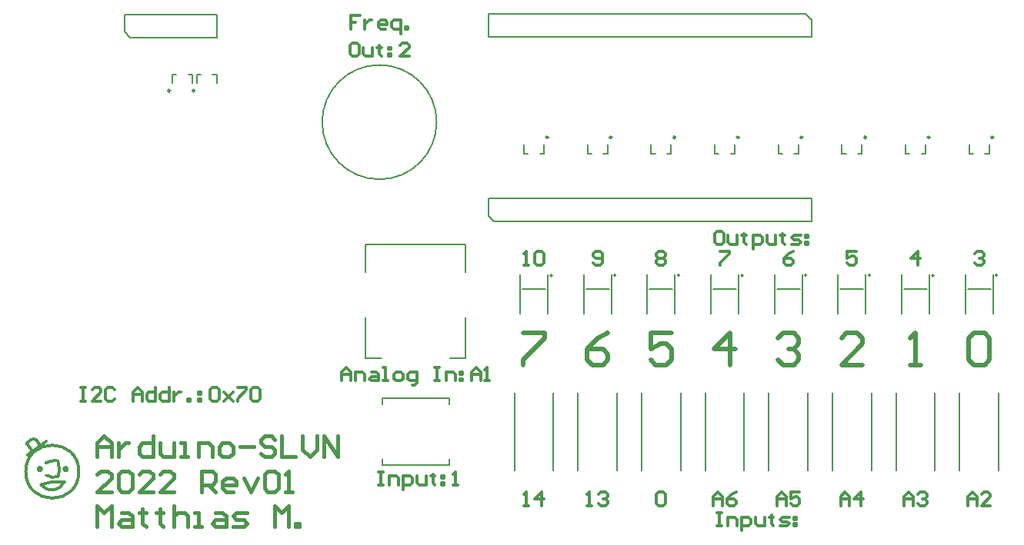
<source format=gto>
G04*
G04 #@! TF.GenerationSoftware,Altium Limited,Altium Designer,22.7.1 (60)*
G04*
G04 Layer_Color=65535*
%FSLAX25Y25*%
%MOIN*%
G70*
G04*
G04 #@! TF.SameCoordinates,B4DE3396-8346-461D-A6ED-AD7C64C63353*
G04*
G04*
G04 #@! TF.FilePolarity,Positive*
G04*
G01*
G75*
%ADD10C,0.00787*%
%ADD11C,0.00984*%
%ADD12C,0.01181*%
%ADD13C,0.01968*%
%ADD14C,0.01772*%
D10*
X316142Y401575D02*
G03*
X316142Y401575I-24803J0D01*
G01*
X448945Y335165D02*
G03*
X448945Y335165I-500J0D01*
G01*
X476504D02*
G03*
X476504Y335165I-500J0D01*
G01*
X504063D02*
G03*
X504063Y335165I-500J0D01*
G01*
X559181D02*
G03*
X559181Y335165I-500J0D01*
G01*
X531622D02*
G03*
X531622Y335165I-500J0D01*
G01*
X366268D02*
G03*
X366268Y335165I-500J0D01*
G01*
X421386D02*
G03*
X421386Y335165I-500J0D01*
G01*
X393827D02*
G03*
X393827Y335165I-500J0D01*
G01*
X462504Y318665D02*
Y335665D01*
X474504Y318665D02*
Y335665D01*
X546850Y387894D02*
X548622D01*
X546850D02*
Y391831D01*
X553740Y387894D02*
X555512D01*
Y391831D01*
X435945Y329165D02*
X445945D01*
X434945Y318665D02*
Y335665D01*
X446945Y318665D02*
Y335665D01*
X377362Y250394D02*
Y284252D01*
X394291Y250394D02*
Y284252D01*
X349803Y250394D02*
Y284252D01*
X366732Y250394D02*
Y284252D01*
X478547Y358450D02*
Y368450D01*
X338547Y360950D02*
Y368450D01*
Y360950D02*
X341047Y358450D01*
X338547Y368450D02*
X478547D01*
X341047Y358450D02*
X478547D01*
X183405Y438213D02*
X220905D01*
X180905Y448213D02*
X220905D01*
X180905Y440713D02*
X183405Y438213D01*
X180905Y440713D02*
Y448213D01*
X220905Y438213D02*
Y448213D01*
X460039Y250394D02*
Y284252D01*
X476968Y250394D02*
Y284252D01*
X487598Y250394D02*
Y284252D01*
X504528Y250394D02*
Y284252D01*
X338547Y438450D02*
Y448450D01*
X478547Y438450D02*
Y445950D01*
X476047Y448450D02*
X478547Y445950D01*
X338547Y438450D02*
X478547D01*
X338547Y448450D02*
X476047D01*
X285433Y336614D02*
Y348425D01*
X328740D01*
Y336614D02*
Y348425D01*
Y299213D02*
Y316929D01*
X321850Y299213D02*
X328740D01*
X285433D02*
X292323D01*
X285433D02*
Y316929D01*
X515158Y250394D02*
Y284252D01*
X532087Y250394D02*
Y284252D01*
X542717Y250394D02*
Y284252D01*
X559646Y250394D02*
Y284252D01*
X404921Y250394D02*
Y284252D01*
X421850Y250394D02*
Y284252D01*
X432480Y250394D02*
Y284252D01*
X449409Y250394D02*
Y284252D01*
X380827Y329165D02*
X390827D01*
X379827Y318665D02*
Y335665D01*
X391827Y318665D02*
Y335665D01*
X381496Y387894D02*
X383268D01*
X381496D02*
Y391831D01*
X388386Y387894D02*
X390158D01*
Y391831D01*
X408386Y329165D02*
X418386D01*
X407386Y318665D02*
Y335665D01*
X419386Y318665D02*
Y335665D01*
X353268Y329165D02*
X363268D01*
X352268Y318665D02*
Y335665D01*
X364268Y318665D02*
Y335665D01*
X409055Y387894D02*
X410827D01*
X409055D02*
Y391831D01*
X415945Y387894D02*
X417717D01*
Y391831D01*
X518622Y329165D02*
X528622D01*
X517622Y318665D02*
Y335665D01*
X529622Y318665D02*
Y335665D01*
X546181Y329165D02*
X556181D01*
X545181Y318665D02*
Y335665D01*
X557181Y318665D02*
Y335665D01*
X208465Y422342D02*
X210236D01*
Y418405D02*
Y422342D01*
X201575D02*
X203346D01*
X201575Y418405D02*
Y422342D01*
X219094D02*
X220866D01*
Y418405D02*
Y422342D01*
X212205D02*
X213976D01*
X212205Y418405D02*
Y422342D01*
X292520Y252756D02*
X321654D01*
X292520Y281890D02*
X321654D01*
X292520Y279134D02*
Y281890D01*
X321654Y279134D02*
Y281890D01*
Y252756D02*
Y255512D01*
X292520Y252756D02*
Y255512D01*
X491732Y387894D02*
X493504D01*
X491732D02*
Y391831D01*
X498622Y387894D02*
X500394D01*
Y391831D01*
X491063Y329165D02*
X501063D01*
X490063Y318665D02*
Y335665D01*
X502063Y318665D02*
Y335665D01*
X519291Y387894D02*
X521063D01*
X519291D02*
Y391831D01*
X526181Y387894D02*
X527953D01*
Y391831D01*
X353937Y387894D02*
X355709D01*
X353937D02*
Y391831D01*
X360827Y387894D02*
X362598D01*
Y391831D01*
X436614Y387894D02*
X438386D01*
X436614D02*
Y391831D01*
X443504Y387894D02*
X445276D01*
Y391831D01*
X464173Y387894D02*
X465945D01*
X464173D02*
Y391831D01*
X471063Y387894D02*
X472835D01*
Y391831D01*
X463504Y329165D02*
X473504D01*
D11*
X557382Y394980D02*
G03*
X557382Y394980I-492J0D01*
G01*
X474705D02*
G03*
X474705Y394980I-492J0D01*
G01*
X447146D02*
G03*
X447146Y394980I-492J0D01*
G01*
X364469D02*
G03*
X364469Y394980I-492J0D01*
G01*
X529823D02*
G03*
X529823Y394980I-492J0D01*
G01*
X502264D02*
G03*
X502264Y394980I-492J0D01*
G01*
X211319Y415256D02*
G03*
X211319Y415256I-492J0D01*
G01*
X200689D02*
G03*
X200689Y415256I-492J0D01*
G01*
X419587Y394980D02*
G03*
X419587Y394980I-492J0D01*
G01*
X392028D02*
G03*
X392028Y394980I-492J0D01*
G01*
D12*
X161103Y250000D02*
G03*
X161103Y250000I-11497J0D01*
G01*
X144643Y244310D02*
G03*
X154882Y245629I4728J3697D01*
G01*
X138837Y257224D02*
G03*
X147050Y263176I-33362J54679D01*
G01*
X154882Y245629D02*
G03*
X144643Y244310I-2638J-19924D01*
G01*
X151396Y254853D02*
G03*
X146806Y253825I80J-11112D01*
G01*
X147038Y248429D02*
G03*
X152077Y247884I3071J4832D01*
G01*
X138458Y262335D02*
G03*
X141147Y258681I15598J8662D01*
G01*
X142732Y263784D02*
G03*
X140487Y263903I-1214J-1660D01*
G01*
X152328Y248195D02*
G03*
X152053Y254518I-11620J2663D01*
G01*
X156143Y251159D02*
G03*
X156143Y251159I-731J0D01*
G01*
X144890D02*
G03*
X144890Y251159I-731J0D01*
G01*
X152053Y254518D02*
G03*
X151396Y254853I-606J-376D01*
G01*
X152077Y247884D02*
G03*
X152328Y248195I-30J281D01*
G01*
X144527Y261090D02*
G03*
X142732Y263784I-9330J-4271D01*
G01*
X140487Y263903D02*
G03*
X138458Y262335I10756J-16017D01*
G01*
X290852Y249999D02*
X292820D01*
X291836D01*
Y244095D01*
X290852D01*
X292820D01*
X295772D02*
Y248031D01*
X298724D01*
X299707Y247047D01*
Y244095D01*
X301675Y242127D02*
Y248031D01*
X304627D01*
X305611Y247047D01*
Y245079D01*
X304627Y244095D01*
X301675D01*
X307579Y248031D02*
Y245079D01*
X308563Y244095D01*
X311515D01*
Y248031D01*
X314466Y249015D02*
Y248031D01*
X313482D01*
X315450D01*
X314466D01*
Y245079D01*
X315450Y244095D01*
X318402Y248031D02*
X319386D01*
Y247047D01*
X318402D01*
Y248031D01*
Y245079D02*
X319386D01*
Y244095D01*
X318402D01*
Y245079D01*
X323322Y244095D02*
X325290D01*
X324306D01*
Y249999D01*
X323322Y249015D01*
X383859Y340552D02*
X384843Y339568D01*
X386811D01*
X387795Y340552D01*
Y344488D01*
X386811Y345472D01*
X384843D01*
X383859Y344488D01*
Y343504D01*
X384843Y342520D01*
X387795D01*
X411418Y240157D02*
X412402Y241141D01*
X414370D01*
X415354Y240157D01*
Y236221D01*
X414370Y235237D01*
X412402D01*
X411418Y236221D01*
Y240157D01*
X353840Y339568D02*
X355808D01*
X354824D01*
Y345472D01*
X353840Y344488D01*
X358760D02*
X359744Y345472D01*
X361712D01*
X362695Y344488D01*
Y340552D01*
X361712Y339568D01*
X359744D01*
X358760Y340552D01*
Y344488D01*
X470472Y345472D02*
X468504Y344488D01*
X466536Y342520D01*
Y340552D01*
X467520Y339568D01*
X469488D01*
X470472Y340552D01*
Y341536D01*
X469488Y342520D01*
X466536D01*
X275109Y289371D02*
Y293306D01*
X277077Y295274D01*
X279045Y293306D01*
Y289371D01*
Y292322D01*
X275109D01*
X281012Y289371D02*
Y293306D01*
X283964D01*
X284948Y292322D01*
Y289371D01*
X287900Y293306D02*
X289868D01*
X290852Y292322D01*
Y289371D01*
X287900D01*
X286916Y290355D01*
X287900Y291339D01*
X290852D01*
X292820Y289371D02*
X294787D01*
X293804D01*
Y295274D01*
X292820D01*
X298723Y289371D02*
X300691D01*
X301675Y290355D01*
Y292322D01*
X300691Y293306D01*
X298723D01*
X297739Y292322D01*
Y290355D01*
X298723Y289371D01*
X305611Y287403D02*
X306595D01*
X307579Y288387D01*
Y293306D01*
X304627D01*
X303643Y292322D01*
Y290355D01*
X304627Y289371D01*
X307579D01*
X315450Y295274D02*
X317418D01*
X316434D01*
Y289371D01*
X315450D01*
X317418D01*
X320370D02*
Y293306D01*
X323322D01*
X324305Y292322D01*
Y289371D01*
X326273Y293306D02*
X327257D01*
Y292322D01*
X326273D01*
Y293306D01*
Y290355D02*
X327257D01*
Y289371D01*
X326273D01*
Y290355D01*
X331193Y289371D02*
Y293306D01*
X333161Y295274D01*
X335129Y293306D01*
Y289371D01*
Y292322D01*
X331193D01*
X337097Y289371D02*
X339064D01*
X338081D01*
Y295274D01*
X337097Y294290D01*
X498031Y345472D02*
X494095D01*
Y342520D01*
X496063Y343504D01*
X497047D01*
X498031Y342520D01*
Y340552D01*
X497047Y339568D01*
X495079D01*
X494095Y340552D01*
X491143Y235237D02*
Y239173D01*
X493111Y241141D01*
X495079Y239173D01*
Y235237D01*
Y238189D01*
X491143D01*
X499999Y235237D02*
Y241141D01*
X497047Y238189D01*
X500983D01*
X411418Y344488D02*
X412402Y345472D01*
X414370D01*
X415354Y344488D01*
Y343504D01*
X414370Y342520D01*
X415354Y341536D01*
Y340552D01*
X414370Y339568D01*
X412402D01*
X411418Y340552D01*
Y341536D01*
X412402Y342520D01*
X411418Y343504D01*
Y344488D01*
X412402Y342520D02*
X414370D01*
X463584Y235237D02*
Y239173D01*
X465552Y241141D01*
X467520Y239173D01*
Y235237D01*
Y238189D01*
X463584D01*
X473424Y241141D02*
X469488D01*
Y238189D01*
X471456Y239173D01*
X472440D01*
X473424Y238189D01*
Y236221D01*
X472440Y235237D01*
X470472D01*
X469488Y236221D01*
X549213Y344488D02*
X550197Y345472D01*
X552165D01*
X553149Y344488D01*
Y343504D01*
X552165Y342520D01*
X551181D01*
X552165D01*
X553149Y341536D01*
Y340552D01*
X552165Y339568D01*
X550197D01*
X549213Y340552D01*
X381399Y235237D02*
X383367D01*
X382383D01*
Y241141D01*
X381399Y240157D01*
X386319D02*
X387303Y241141D01*
X389270D01*
X390254Y240157D01*
Y239173D01*
X389270Y238189D01*
X388287D01*
X389270D01*
X390254Y237205D01*
Y236221D01*
X389270Y235237D01*
X387303D01*
X386319Y236221D01*
X437506Y232282D02*
X439473D01*
X438489D01*
Y226379D01*
X437506D01*
X439473D01*
X442425D02*
Y230314D01*
X445377D01*
X446361Y229330D01*
Y226379D01*
X448329Y224411D02*
Y230314D01*
X451281D01*
X452265Y229330D01*
Y227362D01*
X451281Y226379D01*
X448329D01*
X454232Y230314D02*
Y227362D01*
X455216Y226379D01*
X458168D01*
Y230314D01*
X461120Y231298D02*
Y230314D01*
X460136D01*
X462104D01*
X461120D01*
Y227362D01*
X462104Y226379D01*
X465056D02*
X468008D01*
X468991Y227362D01*
X468008Y228346D01*
X466040D01*
X465056Y229330D01*
X466040Y230314D01*
X468991D01*
X470959D02*
X471943D01*
Y229330D01*
X470959D01*
Y230314D01*
Y227362D02*
X471943D01*
Y226379D01*
X470959D01*
Y227362D01*
X524606Y339568D02*
Y345472D01*
X521654Y342520D01*
X525590D01*
X161922Y286416D02*
X163890D01*
X162906D01*
Y280513D01*
X161922D01*
X163890D01*
X170777D02*
X166842D01*
X170777Y284449D01*
Y285432D01*
X169793Y286416D01*
X167826D01*
X166842Y285432D01*
X176681D02*
X175697Y286416D01*
X173729D01*
X172745Y285432D01*
Y281497D01*
X173729Y280513D01*
X175697D01*
X176681Y281497D01*
X184553Y280513D02*
Y284449D01*
X186520Y286416D01*
X188488Y284449D01*
Y280513D01*
Y283465D01*
X184553D01*
X194392Y286416D02*
Y280513D01*
X191440D01*
X190456Y281497D01*
Y283465D01*
X191440Y284449D01*
X194392D01*
X200295Y286416D02*
Y280513D01*
X197344D01*
X196360Y281497D01*
Y283465D01*
X197344Y284449D01*
X200295D01*
X202263D02*
Y280513D01*
Y282481D01*
X203247Y283465D01*
X204231Y284449D01*
X205215D01*
X208167Y280513D02*
Y281497D01*
X209151D01*
Y280513D01*
X208167D01*
X213087Y284449D02*
X214071D01*
Y283465D01*
X213087D01*
Y284449D01*
Y281497D02*
X214071D01*
Y280513D01*
X213087D01*
Y281497D01*
X218006Y285432D02*
X218990Y286416D01*
X220958D01*
X221942Y285432D01*
Y281497D01*
X220958Y280513D01*
X218990D01*
X218006Y281497D01*
Y285432D01*
X223910Y284449D02*
X227846Y280513D01*
X225878Y282481D01*
X227846Y284449D01*
X223910Y280513D01*
X229813Y286416D02*
X233749D01*
Y285432D01*
X229813Y281497D01*
Y280513D01*
X235717Y285432D02*
X236701Y286416D01*
X238669D01*
X239653Y285432D01*
Y281497D01*
X238669Y280513D01*
X236701D01*
X235717Y281497D01*
Y285432D01*
X439474Y354329D02*
X437506D01*
X436522Y353345D01*
Y349410D01*
X437506Y348426D01*
X439474D01*
X440458Y349410D01*
Y353345D01*
X439474Y354329D01*
X442426Y352362D02*
Y349410D01*
X443410Y348426D01*
X446362D01*
Y352362D01*
X449313Y353345D02*
Y352362D01*
X448329D01*
X450297D01*
X449313D01*
Y349410D01*
X450297Y348426D01*
X453249Y346458D02*
Y352362D01*
X456201D01*
X457185Y351378D01*
Y349410D01*
X456201Y348426D01*
X453249D01*
X459153Y352362D02*
Y349410D01*
X460137Y348426D01*
X463089D01*
Y352362D01*
X466040Y353345D02*
Y352362D01*
X465056D01*
X467024D01*
X466040D01*
Y349410D01*
X467024Y348426D01*
X469976D02*
X472928D01*
X473912Y349410D01*
X472928Y350394D01*
X470960D01*
X469976Y351378D01*
X470960Y352362D01*
X473912D01*
X475880D02*
X476864D01*
Y351378D01*
X475880D01*
Y352362D01*
Y349410D02*
X476864D01*
Y348426D01*
X475880D01*
Y349410D01*
X282975Y447872D02*
X279039D01*
Y444920D01*
X281007D01*
X279039D01*
Y441968D01*
X284943Y445904D02*
Y441968D01*
Y443936D01*
X285927Y444920D01*
X286911Y445904D01*
X287895D01*
X293798Y441968D02*
X291830D01*
X290847Y442952D01*
Y444920D01*
X291830Y445904D01*
X293798D01*
X294782Y444920D01*
Y443936D01*
X290847D01*
X300686Y440000D02*
Y445904D01*
X297734D01*
X296750Y444920D01*
Y442952D01*
X297734Y441968D01*
X300686D01*
X302654D02*
Y442952D01*
X303638D01*
Y441968D01*
X302654D01*
X281499Y435985D02*
X279531D01*
X278547Y435001D01*
Y431065D01*
X279531Y430081D01*
X281499D01*
X282483Y431065D01*
Y435001D01*
X281499Y435985D01*
X284451Y434017D02*
Y431065D01*
X285435Y430081D01*
X288387D01*
Y434017D01*
X291339Y435001D02*
Y434017D01*
X290355D01*
X292322D01*
X291339D01*
Y431065D01*
X292322Y430081D01*
X295274Y434017D02*
X296258D01*
Y433033D01*
X295274D01*
Y434017D01*
Y431065D02*
X296258D01*
Y430081D01*
X295274D01*
Y431065D01*
X304130Y430081D02*
X300194D01*
X304130Y434017D01*
Y435001D01*
X303146Y435985D01*
X301178D01*
X300194Y435001D01*
X436025Y235237D02*
Y239173D01*
X437993Y241141D01*
X439961Y239173D01*
Y235237D01*
Y238189D01*
X436025D01*
X445864Y241141D02*
X443897Y240157D01*
X441929Y238189D01*
Y236221D01*
X442913Y235237D01*
X444881D01*
X445864Y236221D01*
Y237205D01*
X444881Y238189D01*
X441929D01*
X546261Y235237D02*
Y239173D01*
X548229Y241141D01*
X550197Y239173D01*
Y235237D01*
Y238189D01*
X546261D01*
X556101Y235237D02*
X552165D01*
X556101Y239173D01*
Y240157D01*
X555117Y241141D01*
X553149D01*
X552165Y240157D01*
X518702Y235237D02*
Y239173D01*
X520670Y241141D01*
X522638Y239173D01*
Y235237D01*
Y238189D01*
X518702D01*
X524606Y240157D02*
X525590Y241141D01*
X527558D01*
X528542Y240157D01*
Y239173D01*
X527558Y238189D01*
X526574D01*
X527558D01*
X528542Y237205D01*
Y236221D01*
X527558Y235237D01*
X525590D01*
X524606Y236221D01*
X353840Y235237D02*
X355808D01*
X354824D01*
Y241141D01*
X353840Y240157D01*
X361712Y235237D02*
Y241141D01*
X358760Y238189D01*
X362695D01*
X438977Y345472D02*
X442913D01*
Y344488D01*
X438977Y340552D01*
Y339568D01*
D13*
X353676Y310037D02*
X362859D01*
Y307741D01*
X353676Y298558D01*
Y296262D01*
X463912Y307741D02*
X466208Y310037D01*
X470800D01*
X473096Y307741D01*
Y305445D01*
X470800Y303150D01*
X468504D01*
X470800D01*
X473096Y300854D01*
Y298558D01*
X470800Y296262D01*
X466208D01*
X463912Y298558D01*
X500655Y296262D02*
X491471D01*
X500655Y305445D01*
Y307741D01*
X498359Y310037D01*
X493767D01*
X491471Y307741D01*
X417978Y310037D02*
X408794D01*
Y303150D01*
X413386Y305445D01*
X415682D01*
X417978Y303150D01*
Y298558D01*
X415682Y296262D01*
X411090D01*
X408794Y298558D01*
X521326Y296262D02*
X525918D01*
X523622D01*
Y310037D01*
X521326Y307741D01*
X443241Y296262D02*
Y310037D01*
X436353Y303150D01*
X445537D01*
X546589Y307741D02*
X548885Y310037D01*
X553477D01*
X555773Y307741D01*
Y298558D01*
X553477Y296262D01*
X548885D01*
X546589Y298558D01*
Y307741D01*
X390419Y310037D02*
X385827Y307741D01*
X381235Y303150D01*
Y298558D01*
X383531Y296262D01*
X388123D01*
X390419Y298558D01*
Y300854D01*
X388123Y303150D01*
X381235D01*
D14*
X169095Y256410D02*
Y262445D01*
X172112Y265462D01*
X175129Y262445D01*
Y256410D01*
Y260936D01*
X169095D01*
X178147Y262445D02*
Y256410D01*
Y259428D01*
X179655Y260936D01*
X181164Y262445D01*
X182673D01*
X193234Y265462D02*
Y256410D01*
X188707D01*
X187199Y257919D01*
Y260936D01*
X188707Y262445D01*
X193234D01*
X196251D02*
Y257919D01*
X197760Y256410D01*
X202286D01*
Y262445D01*
X205303Y256410D02*
X208321D01*
X206812D01*
Y262445D01*
X205303D01*
X212847Y256410D02*
Y262445D01*
X217373D01*
X218882Y260936D01*
Y256410D01*
X223408D02*
X226425D01*
X227934Y257919D01*
Y260936D01*
X226425Y262445D01*
X223408D01*
X221899Y260936D01*
Y257919D01*
X223408Y256410D01*
X230951Y260936D02*
X236986D01*
X246038Y263954D02*
X244529Y265462D01*
X241512D01*
X240003Y263954D01*
Y262445D01*
X241512Y260936D01*
X244529D01*
X246038Y259428D01*
Y257919D01*
X244529Y256410D01*
X241512D01*
X240003Y257919D01*
X249056Y265462D02*
Y256410D01*
X255090D01*
X258108Y265462D02*
Y259428D01*
X261125Y256410D01*
X264142Y259428D01*
Y265462D01*
X267160Y256410D02*
Y265462D01*
X273195Y256410D01*
Y265462D01*
X175129Y241296D02*
X169095D01*
X175129Y247330D01*
Y248839D01*
X173621Y250348D01*
X170603D01*
X169095Y248839D01*
X178147D02*
X179655Y250348D01*
X182673D01*
X184181Y248839D01*
Y242804D01*
X182673Y241296D01*
X179655D01*
X178147Y242804D01*
Y248839D01*
X193234Y241296D02*
X187199D01*
X193234Y247330D01*
Y248839D01*
X191725Y250348D01*
X188707D01*
X187199Y248839D01*
X202286Y241296D02*
X196251D01*
X202286Y247330D01*
Y248839D01*
X200777Y250348D01*
X197760D01*
X196251Y248839D01*
X214355Y241296D02*
Y250348D01*
X218882D01*
X220390Y248839D01*
Y245822D01*
X218882Y244313D01*
X214355D01*
X217373D02*
X220390Y241296D01*
X227934D02*
X224916D01*
X223408Y242804D01*
Y245822D01*
X224916Y247330D01*
X227934D01*
X229442Y245822D01*
Y244313D01*
X223408D01*
X232460Y247330D02*
X235477Y241296D01*
X238495Y247330D01*
X241512Y248839D02*
X243021Y250348D01*
X246038D01*
X247547Y248839D01*
Y242804D01*
X246038Y241296D01*
X243021D01*
X241512Y242804D01*
Y248839D01*
X250564Y241296D02*
X253582D01*
X252073D01*
Y250348D01*
X250564Y248839D01*
X169095Y226181D02*
Y235233D01*
X172112Y232216D01*
X175129Y235233D01*
Y226181D01*
X179655Y232216D02*
X182673D01*
X184181Y230707D01*
Y226181D01*
X179655D01*
X178147Y227690D01*
X179655Y229199D01*
X184181D01*
X188707Y233725D02*
Y232216D01*
X187199D01*
X190216D01*
X188707D01*
Y227690D01*
X190216Y226181D01*
X196251Y233725D02*
Y232216D01*
X194742D01*
X197760D01*
X196251D01*
Y227690D01*
X197760Y226181D01*
X202286Y235233D02*
Y226181D01*
Y230707D01*
X203795Y232216D01*
X206812D01*
X208321Y230707D01*
Y226181D01*
X211338D02*
X214355D01*
X212847D01*
Y232216D01*
X211338D01*
X220390D02*
X223408D01*
X224916Y230707D01*
Y226181D01*
X220390D01*
X218882Y227690D01*
X220390Y229199D01*
X224916D01*
X227934Y226181D02*
X232460D01*
X233968Y227690D01*
X232460Y229199D01*
X229442D01*
X227934Y230707D01*
X229442Y232216D01*
X233968D01*
X246038Y226181D02*
Y235233D01*
X249056Y232216D01*
X252073Y235233D01*
Y226181D01*
X255090D02*
Y227690D01*
X256599D01*
Y226181D01*
X255090D01*
M02*

</source>
